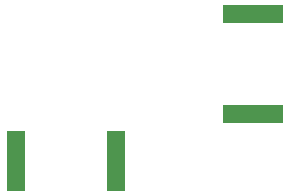
<source format=gbr>
G04 #@! TF.GenerationSoftware,KiCad,Pcbnew,(5.1.5)-3*
G04 #@! TF.CreationDate,2020-06-18T11:59:14-04:00*
G04 #@! TF.ProjectId,red_pitaya_shield,7265645f-7069-4746-9179-615f73686965,rev?*
G04 #@! TF.SameCoordinates,Original*
G04 #@! TF.FileFunction,Paste,Bot*
G04 #@! TF.FilePolarity,Positive*
%FSLAX46Y46*%
G04 Gerber Fmt 4.6, Leading zero omitted, Abs format (unit mm)*
G04 Created by KiCad (PCBNEW (5.1.5)-3) date 2020-06-18 11:59:14*
%MOMM*%
%LPD*%
G04 APERTURE LIST*
%ADD10R,1.500000X5.080000*%
%ADD11R,5.080000X1.500000*%
G04 APERTURE END LIST*
D10*
X209990000Y-124460000D03*
X201490000Y-124460000D03*
D11*
X221615000Y-111955000D03*
X221615000Y-120455000D03*
M02*

</source>
